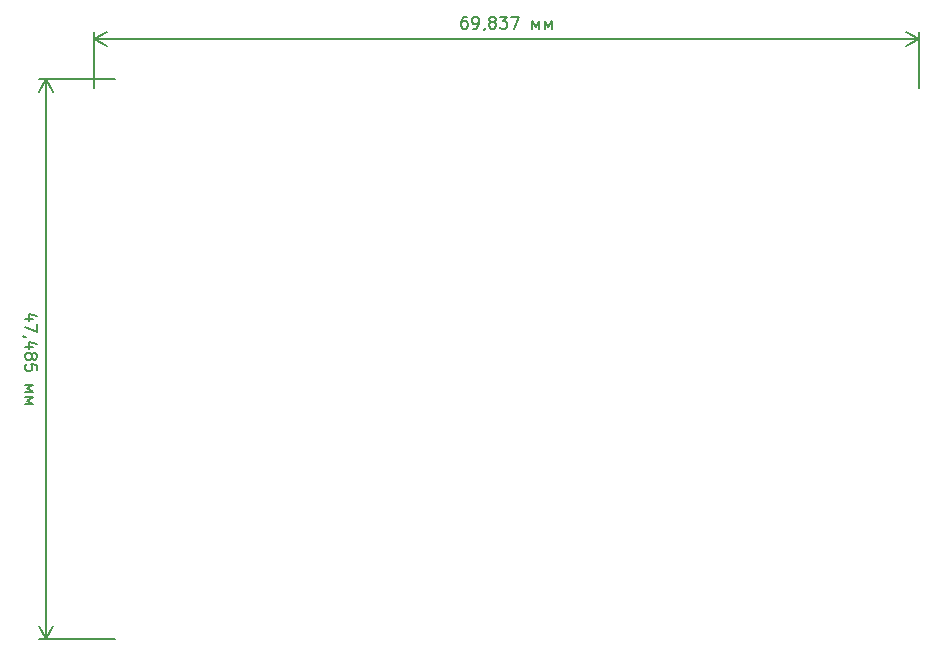
<source format=gbr>
%TF.GenerationSoftware,KiCad,Pcbnew,5.1.9*%
%TF.CreationDate,2021-08-01T18:05:45+02:00*%
%TF.ProjectId,DonwConvertor,446f6e77-436f-46e7-9665-72746f722e6b,rev?*%
%TF.SameCoordinates,Original*%
%TF.FileFunction,OtherDrawing,Comment*%
%FSLAX45Y45*%
G04 Gerber Fmt 4.5, Leading zero omitted, Abs format (unit mm)*
G04 Created by KiCad (PCBNEW 5.1.9) date 2021-08-01 18:05:45*
%MOMM*%
%LPD*%
G01*
G04 APERTURE LIST*
%ADD10C,0.150000*%
G04 APERTURE END LIST*
D10*
X4158628Y-4112620D02*
X4091962Y-4112620D01*
X4196724Y-4088810D02*
X4125295Y-4065001D01*
X4125295Y-4126905D01*
X4191962Y-4155477D02*
X4191962Y-4222144D01*
X4091962Y-4179286D01*
X4096724Y-4265001D02*
X4091962Y-4265001D01*
X4082438Y-4260239D01*
X4077676Y-4255477D01*
X4158628Y-4350715D02*
X4091962Y-4350715D01*
X4196724Y-4326905D02*
X4125295Y-4303096D01*
X4125295Y-4365001D01*
X4149105Y-4417382D02*
X4153867Y-4407858D01*
X4158628Y-4403096D01*
X4168152Y-4398334D01*
X4172914Y-4398334D01*
X4182438Y-4403096D01*
X4187200Y-4407858D01*
X4191962Y-4417382D01*
X4191962Y-4436429D01*
X4187200Y-4445953D01*
X4182438Y-4450715D01*
X4172914Y-4455477D01*
X4168152Y-4455477D01*
X4158628Y-4450715D01*
X4153867Y-4445953D01*
X4149105Y-4436429D01*
X4149105Y-4417382D01*
X4144343Y-4407858D01*
X4139581Y-4403096D01*
X4130057Y-4398334D01*
X4111009Y-4398334D01*
X4101486Y-4403096D01*
X4096724Y-4407858D01*
X4091962Y-4417382D01*
X4091962Y-4436429D01*
X4096724Y-4445953D01*
X4101486Y-4450715D01*
X4111009Y-4455477D01*
X4130057Y-4455477D01*
X4139581Y-4450715D01*
X4144343Y-4445953D01*
X4149105Y-4436429D01*
X4191962Y-4545953D02*
X4191962Y-4498334D01*
X4144343Y-4493572D01*
X4149105Y-4498334D01*
X4153867Y-4507858D01*
X4153867Y-4531667D01*
X4149105Y-4541191D01*
X4144343Y-4545953D01*
X4134819Y-4550715D01*
X4111009Y-4550715D01*
X4101486Y-4545953D01*
X4096724Y-4541191D01*
X4091962Y-4531667D01*
X4091962Y-4507858D01*
X4096724Y-4498334D01*
X4101486Y-4493572D01*
X4091962Y-4669763D02*
X4158628Y-4669763D01*
X4106248Y-4698334D01*
X4158628Y-4726905D01*
X4091962Y-4726905D01*
X4091962Y-4774525D02*
X4158628Y-4774525D01*
X4106248Y-4803096D01*
X4158628Y-4831667D01*
X4091962Y-4831667D01*
X4267200Y-2076450D02*
X4267200Y-6824980D01*
X4852670Y-2076450D02*
X4208558Y-2076450D01*
X4852670Y-6824980D02*
X4208558Y-6824980D01*
X4267200Y-6824980D02*
X4208558Y-6712330D01*
X4267200Y-6824980D02*
X4325842Y-6712330D01*
X4267200Y-2076450D02*
X4208558Y-2189100D01*
X4267200Y-2076450D02*
X4325842Y-2189100D01*
X7831180Y-1552598D02*
X7812132Y-1552598D01*
X7802608Y-1557360D01*
X7797846Y-1562122D01*
X7788323Y-1576408D01*
X7783561Y-1595455D01*
X7783561Y-1633550D01*
X7788323Y-1643074D01*
X7793084Y-1647836D01*
X7802608Y-1652598D01*
X7821656Y-1652598D01*
X7831180Y-1647836D01*
X7835942Y-1643074D01*
X7840703Y-1633550D01*
X7840703Y-1609741D01*
X7835942Y-1600217D01*
X7831180Y-1595455D01*
X7821656Y-1590693D01*
X7802608Y-1590693D01*
X7793084Y-1595455D01*
X7788323Y-1600217D01*
X7783561Y-1609741D01*
X7888323Y-1652598D02*
X7907370Y-1652598D01*
X7916894Y-1647836D01*
X7921656Y-1643074D01*
X7931180Y-1628788D01*
X7935942Y-1609741D01*
X7935942Y-1571646D01*
X7931180Y-1562122D01*
X7926418Y-1557360D01*
X7916894Y-1552598D01*
X7897846Y-1552598D01*
X7888323Y-1557360D01*
X7883561Y-1562122D01*
X7878799Y-1571646D01*
X7878799Y-1595455D01*
X7883561Y-1604979D01*
X7888323Y-1609741D01*
X7897846Y-1614503D01*
X7916894Y-1614503D01*
X7926418Y-1609741D01*
X7931180Y-1604979D01*
X7935942Y-1595455D01*
X7983561Y-1647836D02*
X7983561Y-1652598D01*
X7978799Y-1662122D01*
X7974037Y-1666884D01*
X8040703Y-1595455D02*
X8031180Y-1590693D01*
X8026418Y-1585931D01*
X8021656Y-1576408D01*
X8021656Y-1571646D01*
X8026418Y-1562122D01*
X8031180Y-1557360D01*
X8040703Y-1552598D01*
X8059751Y-1552598D01*
X8069275Y-1557360D01*
X8074037Y-1562122D01*
X8078799Y-1571646D01*
X8078799Y-1576408D01*
X8074037Y-1585931D01*
X8069275Y-1590693D01*
X8059751Y-1595455D01*
X8040703Y-1595455D01*
X8031180Y-1600217D01*
X8026418Y-1604979D01*
X8021656Y-1614503D01*
X8021656Y-1633550D01*
X8026418Y-1643074D01*
X8031180Y-1647836D01*
X8040703Y-1652598D01*
X8059751Y-1652598D01*
X8069275Y-1647836D01*
X8074037Y-1643074D01*
X8078799Y-1633550D01*
X8078799Y-1614503D01*
X8074037Y-1604979D01*
X8069275Y-1600217D01*
X8059751Y-1595455D01*
X8112132Y-1552598D02*
X8174037Y-1552598D01*
X8140703Y-1590693D01*
X8154989Y-1590693D01*
X8164513Y-1595455D01*
X8169275Y-1600217D01*
X8174037Y-1609741D01*
X8174037Y-1633550D01*
X8169275Y-1643074D01*
X8164513Y-1647836D01*
X8154989Y-1652598D01*
X8126418Y-1652598D01*
X8116894Y-1647836D01*
X8112132Y-1643074D01*
X8207370Y-1552598D02*
X8274037Y-1552598D01*
X8231180Y-1652598D01*
X8388323Y-1652598D02*
X8388323Y-1585931D01*
X8416894Y-1638312D01*
X8445465Y-1585931D01*
X8445465Y-1652598D01*
X8493085Y-1652598D02*
X8493085Y-1585931D01*
X8521656Y-1638312D01*
X8550227Y-1585931D01*
X8550227Y-1652598D01*
X4677410Y-1737360D02*
X11661140Y-1737360D01*
X4677410Y-2155190D02*
X4677410Y-1678718D01*
X11661140Y-2155190D02*
X11661140Y-1678718D01*
X11661140Y-1737360D02*
X11548490Y-1796002D01*
X11661140Y-1737360D02*
X11548490Y-1678718D01*
X4677410Y-1737360D02*
X4790060Y-1796002D01*
X4677410Y-1737360D02*
X4790060Y-1678718D01*
M02*

</source>
